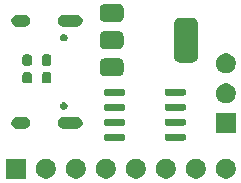
<source format=gts>
G04 #@! TF.GenerationSoftware,KiCad,Pcbnew,9.0.3*
G04 #@! TF.CreationDate,2025-08-03T15:19:36-04:00*
G04 #@! TF.ProjectId,CH32V003J4M6,43483332-5630-4303-934a-344d362e6b69,rev?*
G04 #@! TF.SameCoordinates,Original*
G04 #@! TF.FileFunction,Soldermask,Top*
G04 #@! TF.FilePolarity,Negative*
%FSLAX46Y46*%
G04 Gerber Fmt 4.6, Leading zero omitted, Abs format (unit mm)*
G04 Created by KiCad (PCBNEW 9.0.3) date 2025-08-03 15:19:36*
%MOMM*%
%LPD*%
G01*
G04 APERTURE LIST*
G04 APERTURE END LIST*
G36*
X143598000Y-111340000D02*
G01*
X141898000Y-111340000D01*
X141898000Y-109640000D01*
X143598000Y-109640000D01*
X143598000Y-111340000D01*
G37*
G36*
X145534742Y-109676601D02*
G01*
X145688687Y-109740367D01*
X145827234Y-109832941D01*
X145945059Y-109950766D01*
X146037633Y-110089313D01*
X146101399Y-110243258D01*
X146133907Y-110406685D01*
X146133907Y-110573315D01*
X146101399Y-110736742D01*
X146037633Y-110890687D01*
X145945059Y-111029234D01*
X145827234Y-111147059D01*
X145688687Y-111239633D01*
X145534742Y-111303399D01*
X145371315Y-111335907D01*
X145204685Y-111335907D01*
X145041258Y-111303399D01*
X144887313Y-111239633D01*
X144748766Y-111147059D01*
X144630941Y-111029234D01*
X144538367Y-110890687D01*
X144474601Y-110736742D01*
X144442093Y-110573315D01*
X144442093Y-110406685D01*
X144474601Y-110243258D01*
X144538367Y-110089313D01*
X144630941Y-109950766D01*
X144748766Y-109832941D01*
X144887313Y-109740367D01*
X145041258Y-109676601D01*
X145204685Y-109644093D01*
X145371315Y-109644093D01*
X145534742Y-109676601D01*
G37*
G36*
X148074742Y-109676601D02*
G01*
X148228687Y-109740367D01*
X148367234Y-109832941D01*
X148485059Y-109950766D01*
X148577633Y-110089313D01*
X148641399Y-110243258D01*
X148673907Y-110406685D01*
X148673907Y-110573315D01*
X148641399Y-110736742D01*
X148577633Y-110890687D01*
X148485059Y-111029234D01*
X148367234Y-111147059D01*
X148228687Y-111239633D01*
X148074742Y-111303399D01*
X147911315Y-111335907D01*
X147744685Y-111335907D01*
X147581258Y-111303399D01*
X147427313Y-111239633D01*
X147288766Y-111147059D01*
X147170941Y-111029234D01*
X147078367Y-110890687D01*
X147014601Y-110736742D01*
X146982093Y-110573315D01*
X146982093Y-110406685D01*
X147014601Y-110243258D01*
X147078367Y-110089313D01*
X147170941Y-109950766D01*
X147288766Y-109832941D01*
X147427313Y-109740367D01*
X147581258Y-109676601D01*
X147744685Y-109644093D01*
X147911315Y-109644093D01*
X148074742Y-109676601D01*
G37*
G36*
X150614742Y-109676601D02*
G01*
X150768687Y-109740367D01*
X150907234Y-109832941D01*
X151025059Y-109950766D01*
X151117633Y-110089313D01*
X151181399Y-110243258D01*
X151213907Y-110406685D01*
X151213907Y-110573315D01*
X151181399Y-110736742D01*
X151117633Y-110890687D01*
X151025059Y-111029234D01*
X150907234Y-111147059D01*
X150768687Y-111239633D01*
X150614742Y-111303399D01*
X150451315Y-111335907D01*
X150284685Y-111335907D01*
X150121258Y-111303399D01*
X149967313Y-111239633D01*
X149828766Y-111147059D01*
X149710941Y-111029234D01*
X149618367Y-110890687D01*
X149554601Y-110736742D01*
X149522093Y-110573315D01*
X149522093Y-110406685D01*
X149554601Y-110243258D01*
X149618367Y-110089313D01*
X149710941Y-109950766D01*
X149828766Y-109832941D01*
X149967313Y-109740367D01*
X150121258Y-109676601D01*
X150284685Y-109644093D01*
X150451315Y-109644093D01*
X150614742Y-109676601D01*
G37*
G36*
X153154742Y-109676601D02*
G01*
X153308687Y-109740367D01*
X153447234Y-109832941D01*
X153565059Y-109950766D01*
X153657633Y-110089313D01*
X153721399Y-110243258D01*
X153753907Y-110406685D01*
X153753907Y-110573315D01*
X153721399Y-110736742D01*
X153657633Y-110890687D01*
X153565059Y-111029234D01*
X153447234Y-111147059D01*
X153308687Y-111239633D01*
X153154742Y-111303399D01*
X152991315Y-111335907D01*
X152824685Y-111335907D01*
X152661258Y-111303399D01*
X152507313Y-111239633D01*
X152368766Y-111147059D01*
X152250941Y-111029234D01*
X152158367Y-110890687D01*
X152094601Y-110736742D01*
X152062093Y-110573315D01*
X152062093Y-110406685D01*
X152094601Y-110243258D01*
X152158367Y-110089313D01*
X152250941Y-109950766D01*
X152368766Y-109832941D01*
X152507313Y-109740367D01*
X152661258Y-109676601D01*
X152824685Y-109644093D01*
X152991315Y-109644093D01*
X153154742Y-109676601D01*
G37*
G36*
X155694742Y-109676601D02*
G01*
X155848687Y-109740367D01*
X155987234Y-109832941D01*
X156105059Y-109950766D01*
X156197633Y-110089313D01*
X156261399Y-110243258D01*
X156293907Y-110406685D01*
X156293907Y-110573315D01*
X156261399Y-110736742D01*
X156197633Y-110890687D01*
X156105059Y-111029234D01*
X155987234Y-111147059D01*
X155848687Y-111239633D01*
X155694742Y-111303399D01*
X155531315Y-111335907D01*
X155364685Y-111335907D01*
X155201258Y-111303399D01*
X155047313Y-111239633D01*
X154908766Y-111147059D01*
X154790941Y-111029234D01*
X154698367Y-110890687D01*
X154634601Y-110736742D01*
X154602093Y-110573315D01*
X154602093Y-110406685D01*
X154634601Y-110243258D01*
X154698367Y-110089313D01*
X154790941Y-109950766D01*
X154908766Y-109832941D01*
X155047313Y-109740367D01*
X155201258Y-109676601D01*
X155364685Y-109644093D01*
X155531315Y-109644093D01*
X155694742Y-109676601D01*
G37*
G36*
X158234742Y-109676601D02*
G01*
X158388687Y-109740367D01*
X158527234Y-109832941D01*
X158645059Y-109950766D01*
X158737633Y-110089313D01*
X158801399Y-110243258D01*
X158833907Y-110406685D01*
X158833907Y-110573315D01*
X158801399Y-110736742D01*
X158737633Y-110890687D01*
X158645059Y-111029234D01*
X158527234Y-111147059D01*
X158388687Y-111239633D01*
X158234742Y-111303399D01*
X158071315Y-111335907D01*
X157904685Y-111335907D01*
X157741258Y-111303399D01*
X157587313Y-111239633D01*
X157448766Y-111147059D01*
X157330941Y-111029234D01*
X157238367Y-110890687D01*
X157174601Y-110736742D01*
X157142093Y-110573315D01*
X157142093Y-110406685D01*
X157174601Y-110243258D01*
X157238367Y-110089313D01*
X157330941Y-109950766D01*
X157448766Y-109832941D01*
X157587313Y-109740367D01*
X157741258Y-109676601D01*
X157904685Y-109644093D01*
X158071315Y-109644093D01*
X158234742Y-109676601D01*
G37*
G36*
X160774742Y-109676601D02*
G01*
X160928687Y-109740367D01*
X161067234Y-109832941D01*
X161185059Y-109950766D01*
X161277633Y-110089313D01*
X161341399Y-110243258D01*
X161373907Y-110406685D01*
X161373907Y-110573315D01*
X161341399Y-110736742D01*
X161277633Y-110890687D01*
X161185059Y-111029234D01*
X161067234Y-111147059D01*
X160928687Y-111239633D01*
X160774742Y-111303399D01*
X160611315Y-111335907D01*
X160444685Y-111335907D01*
X160281258Y-111303399D01*
X160127313Y-111239633D01*
X159988766Y-111147059D01*
X159870941Y-111029234D01*
X159778367Y-110890687D01*
X159714601Y-110736742D01*
X159682093Y-110573315D01*
X159682093Y-110406685D01*
X159714601Y-110243258D01*
X159778367Y-110089313D01*
X159870941Y-109950766D01*
X159988766Y-109832941D01*
X160127313Y-109740367D01*
X160281258Y-109676601D01*
X160444685Y-109644093D01*
X160611315Y-109644093D01*
X160774742Y-109676601D01*
G37*
G36*
X151877403Y-107534418D02*
G01*
X151926066Y-107566934D01*
X151958582Y-107615597D01*
X151970000Y-107673000D01*
X151970000Y-107973000D01*
X151958582Y-108030403D01*
X151926066Y-108079066D01*
X151877403Y-108111582D01*
X151820000Y-108123000D01*
X150370000Y-108123000D01*
X150312597Y-108111582D01*
X150263934Y-108079066D01*
X150231418Y-108030403D01*
X150220000Y-107973000D01*
X150220000Y-107673000D01*
X150231418Y-107615597D01*
X150263934Y-107566934D01*
X150312597Y-107534418D01*
X150370000Y-107523000D01*
X151820000Y-107523000D01*
X151877403Y-107534418D01*
G37*
G36*
X157027403Y-107534418D02*
G01*
X157076066Y-107566934D01*
X157108582Y-107615597D01*
X157120000Y-107673000D01*
X157120000Y-107973000D01*
X157108582Y-108030403D01*
X157076066Y-108079066D01*
X157027403Y-108111582D01*
X156970000Y-108123000D01*
X155520000Y-108123000D01*
X155462597Y-108111582D01*
X155413934Y-108079066D01*
X155381418Y-108030403D01*
X155370000Y-107973000D01*
X155370000Y-107673000D01*
X155381418Y-107615597D01*
X155413934Y-107566934D01*
X155462597Y-107534418D01*
X155520000Y-107523000D01*
X156970000Y-107523000D01*
X157027403Y-107534418D01*
G37*
G36*
X161378000Y-107515000D02*
G01*
X159678000Y-107515000D01*
X159678000Y-105815000D01*
X161378000Y-105815000D01*
X161378000Y-107515000D01*
G37*
G36*
X143535263Y-106114244D02*
G01*
X143661342Y-106148026D01*
X143774381Y-106213289D01*
X143866677Y-106305585D01*
X143931940Y-106418624D01*
X143965722Y-106544703D01*
X143965722Y-106675229D01*
X143931940Y-106801308D01*
X143866677Y-106914347D01*
X143774381Y-107006643D01*
X143661342Y-107071906D01*
X143535263Y-107105688D01*
X143470000Y-107109966D01*
X143468029Y-107109966D01*
X142871971Y-107109966D01*
X142870000Y-107109966D01*
X142804737Y-107105688D01*
X142678658Y-107071906D01*
X142565619Y-107006643D01*
X142473323Y-106914347D01*
X142408060Y-106801308D01*
X142374278Y-106675229D01*
X142374278Y-106544703D01*
X142408060Y-106418624D01*
X142473323Y-106305585D01*
X142565619Y-106213289D01*
X142678658Y-106148026D01*
X142804737Y-106114244D01*
X142870000Y-106109966D01*
X143470000Y-106109966D01*
X143535263Y-106114244D01*
G37*
G36*
X147965263Y-106114244D02*
G01*
X148091342Y-106148026D01*
X148204381Y-106213289D01*
X148296677Y-106305585D01*
X148361940Y-106418624D01*
X148395722Y-106544703D01*
X148395722Y-106675229D01*
X148361940Y-106801308D01*
X148296677Y-106914347D01*
X148204381Y-107006643D01*
X148091342Y-107071906D01*
X147965263Y-107105688D01*
X147900000Y-107109966D01*
X147898029Y-107109966D01*
X146801971Y-107109966D01*
X146800000Y-107109966D01*
X146734737Y-107105688D01*
X146608658Y-107071906D01*
X146495619Y-107006643D01*
X146403323Y-106914347D01*
X146338060Y-106801308D01*
X146304278Y-106675229D01*
X146304278Y-106544703D01*
X146338060Y-106418624D01*
X146403323Y-106305585D01*
X146495619Y-106213289D01*
X146608658Y-106148026D01*
X146734737Y-106114244D01*
X146800000Y-106109966D01*
X147900000Y-106109966D01*
X147965263Y-106114244D01*
G37*
G36*
X151877403Y-106264418D02*
G01*
X151926066Y-106296934D01*
X151958582Y-106345597D01*
X151970000Y-106403000D01*
X151970000Y-106703000D01*
X151958582Y-106760403D01*
X151926066Y-106809066D01*
X151877403Y-106841582D01*
X151820000Y-106853000D01*
X150370000Y-106853000D01*
X150312597Y-106841582D01*
X150263934Y-106809066D01*
X150231418Y-106760403D01*
X150220000Y-106703000D01*
X150220000Y-106403000D01*
X150231418Y-106345597D01*
X150263934Y-106296934D01*
X150312597Y-106264418D01*
X150370000Y-106253000D01*
X151820000Y-106253000D01*
X151877403Y-106264418D01*
G37*
G36*
X157027403Y-106264418D02*
G01*
X157076066Y-106296934D01*
X157108582Y-106345597D01*
X157120000Y-106403000D01*
X157120000Y-106703000D01*
X157108582Y-106760403D01*
X157076066Y-106809066D01*
X157027403Y-106841582D01*
X156970000Y-106853000D01*
X155520000Y-106853000D01*
X155462597Y-106841582D01*
X155413934Y-106809066D01*
X155381418Y-106760403D01*
X155370000Y-106703000D01*
X155370000Y-106403000D01*
X155381418Y-106345597D01*
X155413934Y-106296934D01*
X155462597Y-106264418D01*
X155520000Y-106253000D01*
X156970000Y-106253000D01*
X157027403Y-106264418D01*
G37*
G36*
X151877403Y-104994418D02*
G01*
X151926066Y-105026934D01*
X151958582Y-105075597D01*
X151970000Y-105133000D01*
X151970000Y-105433000D01*
X151958582Y-105490403D01*
X151926066Y-105539066D01*
X151877403Y-105571582D01*
X151820000Y-105583000D01*
X150370000Y-105583000D01*
X150312597Y-105571582D01*
X150263934Y-105539066D01*
X150231418Y-105490403D01*
X150220000Y-105433000D01*
X150220000Y-105133000D01*
X150231418Y-105075597D01*
X150263934Y-105026934D01*
X150312597Y-104994418D01*
X150370000Y-104983000D01*
X151820000Y-104983000D01*
X151877403Y-104994418D01*
G37*
G36*
X157027403Y-104994418D02*
G01*
X157076066Y-105026934D01*
X157108582Y-105075597D01*
X157120000Y-105133000D01*
X157120000Y-105433000D01*
X157108582Y-105490403D01*
X157076066Y-105539066D01*
X157027403Y-105571582D01*
X156970000Y-105583000D01*
X155520000Y-105583000D01*
X155462597Y-105571582D01*
X155413934Y-105539066D01*
X155381418Y-105490403D01*
X155370000Y-105433000D01*
X155370000Y-105133000D01*
X155381418Y-105075597D01*
X155413934Y-105026934D01*
X155462597Y-104994418D01*
X155520000Y-104983000D01*
X156970000Y-104983000D01*
X157027403Y-104994418D01*
G37*
G36*
X146944372Y-104879705D02*
G01*
X147017847Y-104922126D01*
X147077840Y-104982119D01*
X147120261Y-105055594D01*
X147142220Y-105137545D01*
X147142220Y-105222387D01*
X147120261Y-105304338D01*
X147077840Y-105377813D01*
X147017847Y-105437806D01*
X146944372Y-105480227D01*
X146862421Y-105502186D01*
X146777579Y-105502186D01*
X146695628Y-105480227D01*
X146622153Y-105437806D01*
X146562160Y-105377813D01*
X146519739Y-105304338D01*
X146497780Y-105222387D01*
X146497780Y-105137545D01*
X146519739Y-105055594D01*
X146562160Y-104982119D01*
X146622153Y-104922126D01*
X146695628Y-104879705D01*
X146777579Y-104857746D01*
X146862421Y-104857746D01*
X146944372Y-104879705D01*
G37*
G36*
X160774742Y-103311601D02*
G01*
X160928687Y-103375367D01*
X161067234Y-103467941D01*
X161185059Y-103585766D01*
X161277633Y-103724313D01*
X161341399Y-103878258D01*
X161373907Y-104041685D01*
X161373907Y-104208315D01*
X161341399Y-104371742D01*
X161277633Y-104525687D01*
X161185059Y-104664234D01*
X161067234Y-104782059D01*
X160928687Y-104874633D01*
X160774742Y-104938399D01*
X160611315Y-104970907D01*
X160444685Y-104970907D01*
X160281258Y-104938399D01*
X160127313Y-104874633D01*
X159988766Y-104782059D01*
X159870941Y-104664234D01*
X159778367Y-104525687D01*
X159714601Y-104371742D01*
X159682093Y-104208315D01*
X159682093Y-104041685D01*
X159714601Y-103878258D01*
X159778367Y-103724313D01*
X159870941Y-103585766D01*
X159988766Y-103467941D01*
X160127313Y-103375367D01*
X160281258Y-103311601D01*
X160444685Y-103279093D01*
X160611315Y-103279093D01*
X160774742Y-103311601D01*
G37*
G36*
X151877403Y-103724418D02*
G01*
X151926066Y-103756934D01*
X151958582Y-103805597D01*
X151970000Y-103863000D01*
X151970000Y-104163000D01*
X151958582Y-104220403D01*
X151926066Y-104269066D01*
X151877403Y-104301582D01*
X151820000Y-104313000D01*
X150370000Y-104313000D01*
X150312597Y-104301582D01*
X150263934Y-104269066D01*
X150231418Y-104220403D01*
X150220000Y-104163000D01*
X150220000Y-103863000D01*
X150231418Y-103805597D01*
X150263934Y-103756934D01*
X150312597Y-103724418D01*
X150370000Y-103713000D01*
X151820000Y-103713000D01*
X151877403Y-103724418D01*
G37*
G36*
X157027403Y-103724418D02*
G01*
X157076066Y-103756934D01*
X157108582Y-103805597D01*
X157120000Y-103863000D01*
X157120000Y-104163000D01*
X157108582Y-104220403D01*
X157076066Y-104269066D01*
X157027403Y-104301582D01*
X156970000Y-104313000D01*
X155520000Y-104313000D01*
X155462597Y-104301582D01*
X155413934Y-104269066D01*
X155381418Y-104220403D01*
X155370000Y-104163000D01*
X155370000Y-103863000D01*
X155381418Y-103805597D01*
X155413934Y-103756934D01*
X155462597Y-103724418D01*
X155520000Y-103713000D01*
X156970000Y-103713000D01*
X157027403Y-103724418D01*
G37*
G36*
X143977537Y-102340224D02*
G01*
X144042421Y-102383579D01*
X144085776Y-102448463D01*
X144101000Y-102525000D01*
X144101000Y-103075000D01*
X144085776Y-103151537D01*
X144042421Y-103216421D01*
X143977537Y-103259776D01*
X143901000Y-103275000D01*
X143501000Y-103275000D01*
X143424463Y-103259776D01*
X143359579Y-103216421D01*
X143316224Y-103151537D01*
X143301000Y-103075000D01*
X143301000Y-102525000D01*
X143316224Y-102448463D01*
X143359579Y-102383579D01*
X143424463Y-102340224D01*
X143501000Y-102325000D01*
X143901000Y-102325000D01*
X143977537Y-102340224D01*
G37*
G36*
X145627537Y-102340224D02*
G01*
X145692421Y-102383579D01*
X145735776Y-102448463D01*
X145751000Y-102525000D01*
X145751000Y-103075000D01*
X145735776Y-103151537D01*
X145692421Y-103216421D01*
X145627537Y-103259776D01*
X145551000Y-103275000D01*
X145151000Y-103275000D01*
X145074463Y-103259776D01*
X145009579Y-103216421D01*
X144966224Y-103151537D01*
X144951000Y-103075000D01*
X144951000Y-102525000D01*
X144966224Y-102448463D01*
X145009579Y-102383579D01*
X145074463Y-102340224D01*
X145151000Y-102325000D01*
X145551000Y-102325000D01*
X145627537Y-102340224D01*
G37*
G36*
X151498804Y-101158850D02*
G01*
X151561706Y-101164749D01*
X151577701Y-101170346D01*
X151600734Y-101173702D01*
X151634585Y-101190251D01*
X151668642Y-101202168D01*
X151687635Y-101216185D01*
X151711637Y-101227919D01*
X151734463Y-101250745D01*
X151758419Y-101268425D01*
X151776098Y-101292380D01*
X151798926Y-101315208D01*
X151810660Y-101339211D01*
X151824676Y-101358202D01*
X151836591Y-101392254D01*
X151853143Y-101426111D01*
X151856499Y-101449146D01*
X151862095Y-101465138D01*
X151867991Y-101528024D01*
X151868733Y-101533112D01*
X151868733Y-102283112D01*
X151867991Y-102288203D01*
X151862095Y-102351085D01*
X151856499Y-102367075D01*
X151853143Y-102390113D01*
X151836590Y-102423971D01*
X151824676Y-102458021D01*
X151810661Y-102477010D01*
X151798926Y-102501016D01*
X151776095Y-102523846D01*
X151758419Y-102547798D01*
X151734467Y-102565474D01*
X151711637Y-102588305D01*
X151687631Y-102600040D01*
X151668642Y-102614055D01*
X151634592Y-102625969D01*
X151600734Y-102642522D01*
X151577696Y-102645878D01*
X151561706Y-102651474D01*
X151498822Y-102657370D01*
X151493733Y-102658112D01*
X150243733Y-102658112D01*
X150238643Y-102657370D01*
X150175759Y-102651474D01*
X150159767Y-102645878D01*
X150136732Y-102642522D01*
X150102875Y-102625970D01*
X150068823Y-102614055D01*
X150049832Y-102600039D01*
X150025829Y-102588305D01*
X150003001Y-102565477D01*
X149979046Y-102547798D01*
X149961366Y-102523842D01*
X149938540Y-102501016D01*
X149926806Y-102477014D01*
X149912789Y-102458021D01*
X149900872Y-102423964D01*
X149884323Y-102390113D01*
X149880967Y-102367080D01*
X149875370Y-102351085D01*
X149869471Y-102288182D01*
X149868733Y-102283112D01*
X149868733Y-101533112D01*
X149869471Y-101528042D01*
X149875370Y-101465138D01*
X149880967Y-101449141D01*
X149884323Y-101426111D01*
X149900870Y-101392261D01*
X149912789Y-101358202D01*
X149926807Y-101339207D01*
X149938540Y-101315208D01*
X149961363Y-101292384D01*
X149979046Y-101268425D01*
X150003005Y-101250742D01*
X150025829Y-101227919D01*
X150049828Y-101216186D01*
X150068823Y-101202168D01*
X150102882Y-101190249D01*
X150136732Y-101173702D01*
X150159762Y-101170346D01*
X150175759Y-101164749D01*
X150238664Y-101158850D01*
X150243733Y-101158112D01*
X151493733Y-101158112D01*
X151498804Y-101158850D01*
G37*
G36*
X160774742Y-100771601D02*
G01*
X160928687Y-100835367D01*
X161067234Y-100927941D01*
X161185059Y-101045766D01*
X161277633Y-101184313D01*
X161341399Y-101338258D01*
X161373907Y-101501685D01*
X161373907Y-101668315D01*
X161341399Y-101831742D01*
X161277633Y-101985687D01*
X161185059Y-102124234D01*
X161067234Y-102242059D01*
X160928687Y-102334633D01*
X160774742Y-102398399D01*
X160611315Y-102430907D01*
X160444685Y-102430907D01*
X160281258Y-102398399D01*
X160127313Y-102334633D01*
X159988766Y-102242059D01*
X159870941Y-102124234D01*
X159778367Y-101985687D01*
X159714601Y-101831742D01*
X159682093Y-101668315D01*
X159682093Y-101501685D01*
X159714601Y-101338258D01*
X159778367Y-101184313D01*
X159870941Y-101045766D01*
X159988766Y-100927941D01*
X160127313Y-100835367D01*
X160281258Y-100771601D01*
X160444685Y-100739093D01*
X160611315Y-100739093D01*
X160774742Y-100771601D01*
G37*
G36*
X143977537Y-100840224D02*
G01*
X144042421Y-100883579D01*
X144085776Y-100948463D01*
X144101000Y-101025000D01*
X144101000Y-101575000D01*
X144085776Y-101651537D01*
X144042421Y-101716421D01*
X143977537Y-101759776D01*
X143901000Y-101775000D01*
X143501000Y-101775000D01*
X143424463Y-101759776D01*
X143359579Y-101716421D01*
X143316224Y-101651537D01*
X143301000Y-101575000D01*
X143301000Y-101025000D01*
X143316224Y-100948463D01*
X143359579Y-100883579D01*
X143424463Y-100840224D01*
X143501000Y-100825000D01*
X143901000Y-100825000D01*
X143977537Y-100840224D01*
G37*
G36*
X145627537Y-100840224D02*
G01*
X145692421Y-100883579D01*
X145735776Y-100948463D01*
X145751000Y-101025000D01*
X145751000Y-101575000D01*
X145735776Y-101651537D01*
X145692421Y-101716421D01*
X145627537Y-101759776D01*
X145551000Y-101775000D01*
X145151000Y-101775000D01*
X145074463Y-101759776D01*
X145009579Y-101716421D01*
X144966224Y-101651537D01*
X144951000Y-101575000D01*
X144951000Y-101025000D01*
X144966224Y-100948463D01*
X145009579Y-100883579D01*
X145074463Y-100840224D01*
X145151000Y-100825000D01*
X145551000Y-100825000D01*
X145627537Y-100840224D01*
G37*
G36*
X157775016Y-97719539D02*
G01*
X157782001Y-97722144D01*
X157786495Y-97722684D01*
X157839664Y-97743651D01*
X157908357Y-97769273D01*
X157912501Y-97772375D01*
X157913509Y-97772773D01*
X157950149Y-97800558D01*
X158022286Y-97854559D01*
X158076305Y-97926720D01*
X158104071Y-97963335D01*
X158104467Y-97964341D01*
X158107572Y-97968488D01*
X158133203Y-98037208D01*
X158154160Y-98090349D01*
X158154699Y-98094840D01*
X158157306Y-98101829D01*
X158168733Y-98208112D01*
X158168733Y-101008112D01*
X158157306Y-101114395D01*
X158154699Y-101121384D01*
X158154160Y-101125874D01*
X158133210Y-101178996D01*
X158107572Y-101247736D01*
X158104467Y-101251883D01*
X158104071Y-101252888D01*
X158076363Y-101289425D01*
X158022286Y-101361665D01*
X157950046Y-101415742D01*
X157913509Y-101443450D01*
X157912504Y-101443846D01*
X157908357Y-101446951D01*
X157839617Y-101472589D01*
X157786495Y-101493539D01*
X157782005Y-101494078D01*
X157775016Y-101496685D01*
X157668733Y-101508112D01*
X156668733Y-101508112D01*
X156562450Y-101496685D01*
X156555461Y-101494078D01*
X156550970Y-101493539D01*
X156497829Y-101472582D01*
X156429109Y-101446951D01*
X156424962Y-101443846D01*
X156423956Y-101443450D01*
X156387341Y-101415684D01*
X156315180Y-101361665D01*
X156261179Y-101289528D01*
X156233394Y-101252888D01*
X156232996Y-101251880D01*
X156229894Y-101247736D01*
X156204272Y-101179043D01*
X156183305Y-101125874D01*
X156182765Y-101121380D01*
X156180160Y-101114395D01*
X156168733Y-101008112D01*
X156168733Y-98208112D01*
X156180160Y-98101829D01*
X156182765Y-98094844D01*
X156183305Y-98090349D01*
X156204279Y-98037161D01*
X156229894Y-97968488D01*
X156232996Y-97964344D01*
X156233394Y-97963335D01*
X156261237Y-97926618D01*
X156315180Y-97854559D01*
X156387239Y-97800616D01*
X156423956Y-97772773D01*
X156424965Y-97772375D01*
X156429109Y-97769273D01*
X156497782Y-97743658D01*
X156550970Y-97722684D01*
X156555465Y-97722144D01*
X156562450Y-97719539D01*
X156668733Y-97708112D01*
X157668733Y-97708112D01*
X157775016Y-97719539D01*
G37*
G36*
X151498804Y-98858850D02*
G01*
X151561706Y-98864749D01*
X151577701Y-98870346D01*
X151600734Y-98873702D01*
X151634585Y-98890251D01*
X151668642Y-98902168D01*
X151687635Y-98916185D01*
X151711637Y-98927919D01*
X151734463Y-98950745D01*
X151758419Y-98968425D01*
X151776098Y-98992380D01*
X151798926Y-99015208D01*
X151810660Y-99039211D01*
X151824676Y-99058202D01*
X151836591Y-99092254D01*
X151853143Y-99126111D01*
X151856499Y-99149146D01*
X151862095Y-99165138D01*
X151867991Y-99228024D01*
X151868733Y-99233112D01*
X151868733Y-99983112D01*
X151867991Y-99988203D01*
X151862095Y-100051085D01*
X151856499Y-100067075D01*
X151853143Y-100090113D01*
X151836590Y-100123971D01*
X151824676Y-100158021D01*
X151810661Y-100177010D01*
X151798926Y-100201016D01*
X151776095Y-100223846D01*
X151758419Y-100247798D01*
X151734467Y-100265474D01*
X151711637Y-100288305D01*
X151687631Y-100300040D01*
X151668642Y-100314055D01*
X151634592Y-100325969D01*
X151600734Y-100342522D01*
X151577696Y-100345878D01*
X151561706Y-100351474D01*
X151498822Y-100357370D01*
X151493733Y-100358112D01*
X150243733Y-100358112D01*
X150238643Y-100357370D01*
X150175759Y-100351474D01*
X150159767Y-100345878D01*
X150136732Y-100342522D01*
X150102875Y-100325970D01*
X150068823Y-100314055D01*
X150049832Y-100300039D01*
X150025829Y-100288305D01*
X150003001Y-100265477D01*
X149979046Y-100247798D01*
X149961366Y-100223842D01*
X149938540Y-100201016D01*
X149926806Y-100177014D01*
X149912789Y-100158021D01*
X149900872Y-100123964D01*
X149884323Y-100090113D01*
X149880967Y-100067080D01*
X149875370Y-100051085D01*
X149869471Y-99988182D01*
X149868733Y-99983112D01*
X149868733Y-99233112D01*
X149869471Y-99228042D01*
X149875370Y-99165138D01*
X149880967Y-99149141D01*
X149884323Y-99126111D01*
X149900870Y-99092261D01*
X149912789Y-99058202D01*
X149926807Y-99039207D01*
X149938540Y-99015208D01*
X149961363Y-98992384D01*
X149979046Y-98968425D01*
X150003005Y-98950742D01*
X150025829Y-98927919D01*
X150049828Y-98916186D01*
X150068823Y-98902168D01*
X150102882Y-98890249D01*
X150136732Y-98873702D01*
X150159762Y-98870346D01*
X150175759Y-98864749D01*
X150238664Y-98858850D01*
X150243733Y-98858112D01*
X151493733Y-98858112D01*
X151498804Y-98858850D01*
G37*
G36*
X146944372Y-99099705D02*
G01*
X147017847Y-99142126D01*
X147077840Y-99202119D01*
X147120261Y-99275594D01*
X147142220Y-99357545D01*
X147142220Y-99442387D01*
X147120261Y-99524338D01*
X147077840Y-99597813D01*
X147017847Y-99657806D01*
X146944372Y-99700227D01*
X146862421Y-99722186D01*
X146777579Y-99722186D01*
X146695628Y-99700227D01*
X146622153Y-99657806D01*
X146562160Y-99597813D01*
X146519739Y-99524338D01*
X146497780Y-99442387D01*
X146497780Y-99357545D01*
X146519739Y-99275594D01*
X146562160Y-99202119D01*
X146622153Y-99142126D01*
X146695628Y-99099705D01*
X146777579Y-99077746D01*
X146862421Y-99077746D01*
X146944372Y-99099705D01*
G37*
G36*
X143535263Y-97474244D02*
G01*
X143661342Y-97508026D01*
X143774381Y-97573289D01*
X143866677Y-97665585D01*
X143931940Y-97778624D01*
X143965722Y-97904703D01*
X143965722Y-98035229D01*
X143931940Y-98161308D01*
X143866677Y-98274347D01*
X143774381Y-98366643D01*
X143661342Y-98431906D01*
X143535263Y-98465688D01*
X143470000Y-98469966D01*
X143468029Y-98469966D01*
X142871971Y-98469966D01*
X142870000Y-98469966D01*
X142804737Y-98465688D01*
X142678658Y-98431906D01*
X142565619Y-98366643D01*
X142473323Y-98274347D01*
X142408060Y-98161308D01*
X142374278Y-98035229D01*
X142374278Y-97904703D01*
X142408060Y-97778624D01*
X142473323Y-97665585D01*
X142565619Y-97573289D01*
X142678658Y-97508026D01*
X142804737Y-97474244D01*
X142870000Y-97469966D01*
X143470000Y-97469966D01*
X143535263Y-97474244D01*
G37*
G36*
X147965263Y-97474244D02*
G01*
X148091342Y-97508026D01*
X148204381Y-97573289D01*
X148296677Y-97665585D01*
X148361940Y-97778624D01*
X148395722Y-97904703D01*
X148395722Y-98035229D01*
X148361940Y-98161308D01*
X148296677Y-98274347D01*
X148204381Y-98366643D01*
X148091342Y-98431906D01*
X147965263Y-98465688D01*
X147900000Y-98469966D01*
X147898029Y-98469966D01*
X146801971Y-98469966D01*
X146800000Y-98469966D01*
X146734737Y-98465688D01*
X146608658Y-98431906D01*
X146495619Y-98366643D01*
X146403323Y-98274347D01*
X146338060Y-98161308D01*
X146304278Y-98035229D01*
X146304278Y-97904703D01*
X146338060Y-97778624D01*
X146403323Y-97665585D01*
X146495619Y-97573289D01*
X146608658Y-97508026D01*
X146734737Y-97474244D01*
X146800000Y-97469966D01*
X147900000Y-97469966D01*
X147965263Y-97474244D01*
G37*
G36*
X151498804Y-96558850D02*
G01*
X151561706Y-96564749D01*
X151577701Y-96570346D01*
X151600734Y-96573702D01*
X151634585Y-96590251D01*
X151668642Y-96602168D01*
X151687635Y-96616185D01*
X151711637Y-96627919D01*
X151734463Y-96650745D01*
X151758419Y-96668425D01*
X151776098Y-96692380D01*
X151798926Y-96715208D01*
X151810660Y-96739211D01*
X151824676Y-96758202D01*
X151836591Y-96792254D01*
X151853143Y-96826111D01*
X151856499Y-96849146D01*
X151862095Y-96865138D01*
X151867991Y-96928024D01*
X151868733Y-96933112D01*
X151868733Y-97683112D01*
X151867991Y-97688203D01*
X151862095Y-97751085D01*
X151856499Y-97767075D01*
X151853143Y-97790113D01*
X151836590Y-97823971D01*
X151824676Y-97858021D01*
X151810661Y-97877010D01*
X151798926Y-97901016D01*
X151776095Y-97923846D01*
X151758419Y-97947798D01*
X151734467Y-97965474D01*
X151711637Y-97988305D01*
X151687631Y-98000040D01*
X151668642Y-98014055D01*
X151634592Y-98025969D01*
X151600734Y-98042522D01*
X151577696Y-98045878D01*
X151561706Y-98051474D01*
X151498822Y-98057370D01*
X151493733Y-98058112D01*
X150243733Y-98058112D01*
X150238643Y-98057370D01*
X150175759Y-98051474D01*
X150159767Y-98045878D01*
X150136732Y-98042522D01*
X150102875Y-98025970D01*
X150068823Y-98014055D01*
X150049832Y-98000039D01*
X150025829Y-97988305D01*
X150003001Y-97965477D01*
X149979046Y-97947798D01*
X149961366Y-97923842D01*
X149938540Y-97901016D01*
X149926806Y-97877014D01*
X149912789Y-97858021D01*
X149900872Y-97823964D01*
X149884323Y-97790113D01*
X149880967Y-97767080D01*
X149875370Y-97751085D01*
X149869471Y-97688182D01*
X149868733Y-97683112D01*
X149868733Y-96933112D01*
X149869471Y-96928042D01*
X149875370Y-96865138D01*
X149880967Y-96849141D01*
X149884323Y-96826111D01*
X149900870Y-96792261D01*
X149912789Y-96758202D01*
X149926807Y-96739207D01*
X149938540Y-96715208D01*
X149961363Y-96692384D01*
X149979046Y-96668425D01*
X150003005Y-96650742D01*
X150025829Y-96627919D01*
X150049828Y-96616186D01*
X150068823Y-96602168D01*
X150102882Y-96590249D01*
X150136732Y-96573702D01*
X150159762Y-96570346D01*
X150175759Y-96564749D01*
X150238664Y-96558850D01*
X150243733Y-96558112D01*
X151493733Y-96558112D01*
X151498804Y-96558850D01*
G37*
M02*

</source>
